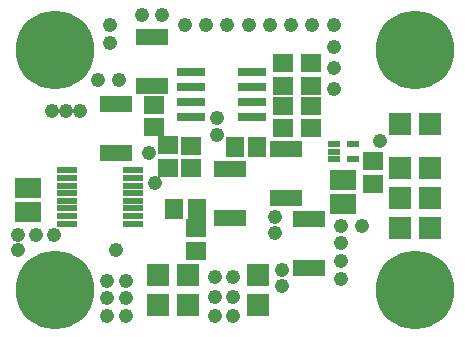
<source format=gbr>
G75*
G70*
%OFA0B0*%
%FSLAX24Y24*%
%IPPOS*%
%LPD*%
%AMOC8*
5,1,8,0,0,1.08239X$1,22.5*
%
%ADD10R,0.0946X0.0316*%
%ADD11R,0.0671X0.0592*%
%ADD12R,0.0592X0.0671*%
%ADD13R,0.1080X0.0580*%
%ADD14R,0.0730X0.0730*%
%ADD15C,0.2620*%
%ADD16R,0.0907X0.0671*%
%ADD17R,0.0660X0.0220*%
%ADD18R,0.0434X0.0237*%
%ADD19C,0.0476*%
D10*
X006731Y011805D03*
X006731Y012305D03*
X006731Y012805D03*
X006731Y013305D03*
X008778Y013305D03*
X008778Y012805D03*
X008778Y012305D03*
X008778Y011805D03*
D11*
X009814Y012165D03*
X009818Y012842D03*
X009818Y013590D03*
X010747Y013590D03*
X010747Y012842D03*
X010755Y012165D03*
X010755Y011417D03*
X009814Y011417D03*
X006745Y010842D03*
X005975Y010858D03*
X005519Y011456D03*
X005519Y012204D03*
X005975Y010110D03*
X006745Y010094D03*
X006900Y008086D03*
X006900Y007338D03*
X012798Y009574D03*
X012798Y010322D03*
D12*
X008944Y010811D03*
X008196Y010811D03*
X006930Y008740D03*
X006182Y008740D03*
D13*
X008052Y008441D03*
X008052Y010066D03*
X009906Y010725D03*
X009906Y009100D03*
X010672Y008402D03*
X010672Y006777D03*
X004257Y010591D03*
X004257Y012216D03*
X005452Y012837D03*
X005452Y014462D03*
D14*
X013719Y011563D03*
X014719Y011563D03*
X014719Y010098D03*
X013719Y010098D03*
X013719Y009098D03*
X014719Y009098D03*
X014719Y008098D03*
X013719Y008098D03*
X008967Y006543D03*
X008967Y005543D03*
X006656Y005543D03*
X005656Y005543D03*
X005656Y006543D03*
X006656Y006543D03*
D15*
X002219Y006043D03*
X002219Y014043D03*
X014219Y014043D03*
X014219Y006043D03*
D16*
X011812Y008913D03*
X011812Y009700D03*
X001308Y009435D03*
X001308Y008647D03*
D17*
X002605Y008753D03*
X002605Y009003D03*
X002605Y009263D03*
X002605Y009513D03*
X002605Y009773D03*
X002605Y010033D03*
X002605Y008493D03*
X002605Y008233D03*
X004825Y008233D03*
X004825Y008493D03*
X004825Y008753D03*
X004825Y009003D03*
X004825Y009263D03*
X004825Y009513D03*
X004825Y009773D03*
X004825Y010033D03*
D18*
X011501Y010383D03*
X011501Y010639D03*
X011501Y010895D03*
X012131Y010895D03*
X012131Y010383D03*
D19*
X003940Y005165D03*
X003940Y005756D03*
X003940Y006346D03*
X004589Y006346D03*
X004589Y005756D03*
X004589Y005165D03*
X004235Y007350D03*
X002168Y007881D03*
X001578Y007881D03*
X000987Y007881D03*
X000987Y007350D03*
X005534Y009594D03*
X005357Y010598D03*
X007601Y011189D03*
X007601Y011779D03*
X004353Y013019D03*
X003645Y013019D03*
X003054Y012015D03*
X002582Y012015D03*
X002109Y012015D03*
X004058Y014259D03*
X004058Y014850D03*
X005121Y015204D03*
X005771Y015204D03*
X006538Y014850D03*
X007247Y014850D03*
X007956Y014850D03*
X008664Y014850D03*
X009373Y014850D03*
X010082Y014850D03*
X010790Y014850D03*
X011499Y014850D03*
X011499Y014141D03*
X011499Y013433D03*
X011499Y012724D03*
X013034Y011011D03*
X009550Y008472D03*
X009550Y007941D03*
X009786Y006700D03*
X009786Y006169D03*
X008133Y006464D03*
X007542Y006464D03*
X007542Y005815D03*
X008133Y005815D03*
X008133Y005165D03*
X007542Y005165D03*
X011735Y006405D03*
X011735Y006996D03*
X011735Y007586D03*
X011735Y008177D03*
X012444Y008177D03*
M02*

</source>
